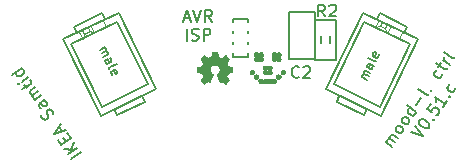
<source format=gto>
G04 #@! TF.FileFunction,Legend,Top*
%FSLAX46Y46*%
G04 Gerber Fmt 4.6, Leading zero omitted, Abs format (unit mm)*
G04 Created by KiCad (PCBNEW (2015-02-24 BZR 5451)-product) date Wed 25 Feb 2015 12:41:08 PM CET*
%MOMM*%
G01*
G04 APERTURE LIST*
%ADD10C,0.100000*%
%ADD11C,0.200000*%
%ADD12C,0.002540*%
%ADD13C,0.187500*%
%ADD14R,1.700000X1.700000*%
%ADD15C,1.700000*%
%ADD16O,1.050000X1.250000*%
%ADD17C,0.812000*%
%ADD18R,0.812000X0.812000*%
%ADD19C,1.450000*%
%ADD20R,2.050000X0.650000*%
%ADD21R,1.548600X1.347940*%
%ADD22R,1.149820X1.048220*%
G04 APERTURE END LIST*
D10*
D11*
X136556067Y-101140184D02*
X135736914Y-101713760D01*
X136282935Y-100750111D02*
X135463783Y-101323688D01*
X135955177Y-100282024D02*
X135732909Y-100960848D01*
X135136025Y-100855601D02*
X135931870Y-100995930D01*
X135280279Y-100231405D02*
X135089086Y-99958353D01*
X135436227Y-99540887D02*
X135709359Y-99930959D01*
X134890207Y-100504536D01*
X134617075Y-100114463D01*
X134983678Y-99392708D02*
X134710547Y-99002635D01*
X135272348Y-99306843D02*
X134262004Y-99607369D01*
X134889963Y-98760742D01*
X134250067Y-97929896D02*
X134207135Y-97785561D01*
X134070568Y-97590524D01*
X133976935Y-97539823D01*
X133910614Y-97528129D01*
X133805287Y-97543748D01*
X133727272Y-97598374D01*
X133676571Y-97692008D01*
X133664877Y-97758328D01*
X133680495Y-97863656D01*
X133750741Y-98046999D01*
X133766360Y-98152326D01*
X133754666Y-98218647D01*
X133703965Y-98312280D01*
X133625951Y-98366906D01*
X133520623Y-98382525D01*
X133454303Y-98370831D01*
X133360669Y-98320130D01*
X133224103Y-98125093D01*
X133181171Y-97980759D01*
X133469679Y-96732365D02*
X133040599Y-97032810D01*
X132989897Y-97126443D01*
X133005516Y-97231771D01*
X133114770Y-97387801D01*
X133208403Y-97438502D01*
X133430671Y-96759678D02*
X133524305Y-96810379D01*
X133660871Y-97005416D01*
X133676490Y-97110744D01*
X133625789Y-97204377D01*
X133547775Y-97259003D01*
X133442447Y-97274622D01*
X133348814Y-97223921D01*
X133212247Y-97028884D01*
X133118614Y-96978183D01*
X133196547Y-96342293D02*
X132650446Y-96724677D01*
X132728460Y-96670051D02*
X132662140Y-96658357D01*
X132568506Y-96607656D01*
X132486566Y-96490633D01*
X132470947Y-96385306D01*
X132521648Y-96291672D01*
X132950729Y-95991227D01*
X132521648Y-96291672D02*
X132416321Y-96307291D01*
X132322687Y-96256590D01*
X132240748Y-96139568D01*
X132225129Y-96034241D01*
X132275830Y-95940607D01*
X132704910Y-95640162D01*
X131967617Y-95749496D02*
X131749112Y-95437439D01*
X131612627Y-95823667D02*
X132314757Y-95332030D01*
X132365459Y-95238396D01*
X132349840Y-95133069D01*
X132295213Y-95055054D01*
X132104021Y-94782003D02*
X131557919Y-95164388D01*
X131284869Y-95355580D02*
X131351189Y-95367274D01*
X131362883Y-95300953D01*
X131296563Y-95289259D01*
X131284869Y-95355580D01*
X131362883Y-95300953D01*
X131585071Y-94040866D02*
X130765919Y-94614442D01*
X131546063Y-94068179D02*
X131639697Y-94118880D01*
X131748950Y-94274910D01*
X131764569Y-94380237D01*
X131752875Y-94446557D01*
X131702174Y-94540191D01*
X131468130Y-94704070D01*
X131362802Y-94719689D01*
X131296482Y-94707995D01*
X131202848Y-94657294D01*
X131093595Y-94501264D01*
X131077976Y-94395937D01*
X162923183Y-100675309D02*
X162377081Y-100292925D01*
X162455096Y-100347551D02*
X162443402Y-100281231D01*
X162459021Y-100175903D01*
X162540961Y-100058881D01*
X162634594Y-100008180D01*
X162739922Y-100023799D01*
X163169002Y-100324244D01*
X162739922Y-100023799D02*
X162689220Y-99930165D01*
X162704839Y-99824838D01*
X162786779Y-99707816D01*
X162880412Y-99657115D01*
X162985740Y-99672734D01*
X163414820Y-99973179D01*
X163769891Y-99466085D02*
X163676257Y-99516787D01*
X163609937Y-99528481D01*
X163504609Y-99512862D01*
X163270565Y-99348982D01*
X163219864Y-99255349D01*
X163208170Y-99189028D01*
X163223789Y-99083701D01*
X163305729Y-98966679D01*
X163399362Y-98915977D01*
X163465683Y-98904283D01*
X163571010Y-98919902D01*
X163805054Y-99083782D01*
X163855756Y-99177415D01*
X163867450Y-99243735D01*
X163851831Y-99349063D01*
X163769891Y-99466085D01*
X164288841Y-98724948D02*
X164195207Y-98775649D01*
X164128887Y-98787343D01*
X164023559Y-98771724D01*
X163789515Y-98607845D01*
X163738814Y-98514211D01*
X163727120Y-98447891D01*
X163742739Y-98342563D01*
X163824679Y-98225541D01*
X163918313Y-98174840D01*
X163984633Y-98163146D01*
X164089961Y-98178765D01*
X164324005Y-98342644D01*
X164374706Y-98436277D01*
X164386400Y-98502598D01*
X164370781Y-98607925D01*
X164288841Y-98724948D01*
X164971670Y-97749766D02*
X164152518Y-97176190D01*
X164932663Y-97722453D02*
X164917044Y-97827781D01*
X164807791Y-97983810D01*
X164714158Y-98034511D01*
X164647837Y-98046205D01*
X164542510Y-98030586D01*
X164308466Y-97866707D01*
X164257764Y-97773074D01*
X164246070Y-97706753D01*
X164261689Y-97601426D01*
X164370942Y-97445396D01*
X164464576Y-97394695D01*
X164932744Y-97141189D02*
X165369755Y-96517073D01*
X166036883Y-96228484D02*
X165943250Y-96279186D01*
X165837922Y-96263567D01*
X165135792Y-95771930D01*
X166177375Y-95861800D02*
X166243695Y-95850106D01*
X166255389Y-95916426D01*
X166189069Y-95928120D01*
X166177375Y-95861800D01*
X166255389Y-95916426D01*
X167172343Y-94523859D02*
X167156724Y-94629187D01*
X167047470Y-94785216D01*
X166953837Y-94835918D01*
X166887517Y-94847612D01*
X166782189Y-94831993D01*
X166548145Y-94668113D01*
X166497444Y-94574480D01*
X166485750Y-94508159D01*
X166501369Y-94402832D01*
X166610622Y-94246802D01*
X166704255Y-94196101D01*
X166829127Y-93934745D02*
X167047632Y-93622687D01*
X166638016Y-93626531D02*
X167340146Y-94118168D01*
X167445474Y-94133787D01*
X167539107Y-94083086D01*
X167593734Y-94005072D01*
X167784926Y-93732020D02*
X167238825Y-93349636D01*
X167394853Y-93458888D02*
X167344152Y-93365255D01*
X167332458Y-93298935D01*
X167348077Y-93193607D01*
X167402704Y-93115592D01*
X168221937Y-93107904D02*
X168128304Y-93158606D01*
X168022976Y-93142986D01*
X167320846Y-92651349D01*
X164507201Y-99459165D02*
X165517545Y-99759691D01*
X164889585Y-98913063D01*
X165190030Y-98483984D02*
X165244657Y-98405968D01*
X165338290Y-98355267D01*
X165404611Y-98343573D01*
X165509938Y-98359192D01*
X165693280Y-98429438D01*
X165888317Y-98566004D01*
X166017033Y-98714264D01*
X166067734Y-98807897D01*
X166079428Y-98874217D01*
X166063809Y-98979545D01*
X166009182Y-99057560D01*
X165915549Y-99108261D01*
X165849228Y-99119955D01*
X165743901Y-99104336D01*
X165560559Y-99034091D01*
X165365522Y-98897525D01*
X165236806Y-98749265D01*
X165186105Y-98655632D01*
X165174411Y-98589311D01*
X165190030Y-98483984D01*
X166368178Y-98378818D02*
X166434499Y-98367124D01*
X166446193Y-98433444D01*
X166379872Y-98445138D01*
X166368178Y-98378818D01*
X166446193Y-98433444D01*
X166173304Y-97079723D02*
X165900172Y-97469796D01*
X166262931Y-97781934D01*
X166251237Y-97715614D01*
X166266856Y-97610286D01*
X166403422Y-97415250D01*
X166497056Y-97364548D01*
X166563376Y-97352854D01*
X166668704Y-97368474D01*
X166863740Y-97505040D01*
X166914442Y-97598673D01*
X166926136Y-97664993D01*
X166910517Y-97770321D01*
X166773950Y-97965358D01*
X166680317Y-98016059D01*
X166613997Y-98027753D01*
X167566033Y-96834147D02*
X167238274Y-97302234D01*
X167402153Y-97068191D02*
X166583001Y-96494615D01*
X166645396Y-96654569D01*
X166668785Y-96787209D01*
X166653165Y-96892537D01*
X167733836Y-96428456D02*
X167800157Y-96416762D01*
X167811851Y-96483082D01*
X167745530Y-96494776D01*
X167733836Y-96428456D01*
X167811851Y-96483082D01*
X168291794Y-95714632D02*
X168276175Y-95819959D01*
X168166922Y-95975989D01*
X168073288Y-96026690D01*
X168006968Y-96038384D01*
X167901640Y-96022765D01*
X167667596Y-95858886D01*
X167616895Y-95765252D01*
X167605201Y-95698932D01*
X167620820Y-95593604D01*
X167730073Y-95437575D01*
X167823706Y-95386873D01*
X145340533Y-89813527D02*
X145816724Y-89813527D01*
X145245295Y-90099241D02*
X145578628Y-89099241D01*
X145911962Y-90099241D01*
X146102438Y-89099241D02*
X146435771Y-90099241D01*
X146769105Y-89099241D01*
X147673867Y-90099241D02*
X147340533Y-89623050D01*
X147102438Y-90099241D02*
X147102438Y-89099241D01*
X147483391Y-89099241D01*
X147578629Y-89146860D01*
X147626248Y-89194479D01*
X147673867Y-89289717D01*
X147673867Y-89432574D01*
X147626248Y-89527812D01*
X147578629Y-89575431D01*
X147483391Y-89623050D01*
X147102438Y-89623050D01*
X145531010Y-91699241D02*
X145531010Y-90699241D01*
X145959581Y-91651622D02*
X146102438Y-91699241D01*
X146340534Y-91699241D01*
X146435772Y-91651622D01*
X146483391Y-91604003D01*
X146531010Y-91508765D01*
X146531010Y-91413527D01*
X146483391Y-91318289D01*
X146435772Y-91270670D01*
X146340534Y-91223050D01*
X146150057Y-91175431D01*
X146054819Y-91127812D01*
X146007200Y-91080193D01*
X145959581Y-90984955D01*
X145959581Y-90889717D01*
X146007200Y-90794479D01*
X146054819Y-90746860D01*
X146150057Y-90699241D01*
X146388153Y-90699241D01*
X146531010Y-90746860D01*
X146959581Y-91699241D02*
X146959581Y-90699241D01*
X147340534Y-90699241D01*
X147435772Y-90746860D01*
X147483391Y-90794479D01*
X147531010Y-90889717D01*
X147531010Y-91032574D01*
X147483391Y-91127812D01*
X147435772Y-91175431D01*
X147340534Y-91223050D01*
X146959581Y-91223050D01*
D10*
X137310039Y-90919419D02*
X137152226Y-90595853D01*
X136860642Y-91138604D02*
X136702829Y-90815038D01*
X137711189Y-91057546D02*
X137310039Y-90919419D01*
X137310039Y-90919419D02*
X136860642Y-91138604D01*
X136722515Y-91539754D02*
X136860642Y-91138604D01*
X137711189Y-91057546D02*
X137421864Y-90464341D01*
X138699862Y-90575337D02*
X138410537Y-89982133D01*
X136722515Y-91539754D02*
X136433190Y-90946550D01*
D11*
X138347416Y-97289336D02*
X135769794Y-92004427D01*
X135769794Y-92004427D02*
X139652584Y-90110664D01*
X139652584Y-90110664D02*
X142230206Y-95395573D01*
X142230206Y-95395573D02*
X138347416Y-97289336D01*
X139409704Y-97505541D02*
X139650808Y-97999878D01*
X139650808Y-97999878D02*
X141987673Y-96860113D01*
X141987673Y-96860113D02*
X141746568Y-96365776D01*
X136253432Y-91034224D02*
X136012327Y-90539887D01*
X136012327Y-90539887D02*
X138349192Y-89400122D01*
X138349192Y-89400122D02*
X138590296Y-89894459D01*
X138241272Y-98075424D02*
X135084999Y-91604106D01*
X135084999Y-91604106D02*
X139758728Y-89324576D01*
X139758728Y-89324576D02*
X142915001Y-95795894D01*
X142915001Y-95795894D02*
X138241272Y-98075424D01*
D10*
X162360684Y-90656396D02*
X162518498Y-90332830D01*
X161911287Y-90437210D02*
X162069101Y-90113645D01*
X162498811Y-91057546D02*
X162360684Y-90656396D01*
X162360684Y-90656396D02*
X161911287Y-90437210D01*
X161510138Y-90575337D02*
X161911287Y-90437210D01*
X162498811Y-91057546D02*
X162788136Y-90464341D01*
X163487485Y-91539754D02*
X163776810Y-90946550D01*
X161510138Y-90575337D02*
X161799463Y-89982133D01*
D11*
X157979794Y-95395573D02*
X160557416Y-90110664D01*
X160557416Y-90110664D02*
X164440206Y-92004427D01*
X164440206Y-92004427D02*
X161862584Y-97289336D01*
X161862584Y-97289336D02*
X157979794Y-95395573D01*
X158463432Y-96365776D02*
X158222327Y-96860113D01*
X158222327Y-96860113D02*
X160559192Y-97999878D01*
X160559192Y-97999878D02*
X160800296Y-97505541D01*
X161619704Y-89894459D02*
X161860808Y-89400122D01*
X161860808Y-89400122D02*
X164197673Y-90539887D01*
X164197673Y-90539887D02*
X163956568Y-91034224D01*
X157294999Y-95795894D02*
X160451272Y-89324576D01*
X160451272Y-89324576D02*
X165125001Y-91604106D01*
X165125001Y-91604106D02*
X161968728Y-98075424D01*
X161968728Y-98075424D02*
X157294999Y-95795894D01*
X150750000Y-89900000D02*
X150750000Y-93100000D01*
X149450000Y-93100000D02*
X149450000Y-89900000D01*
X149450000Y-89899800D02*
X150750000Y-89899800D01*
X149450000Y-93100200D02*
X150750000Y-93100200D01*
X154170000Y-89290000D02*
X154170000Y-93290000D01*
X154170000Y-89290000D02*
X156370000Y-89290000D01*
X156370000Y-89290000D02*
X156370000Y-93290000D01*
X156370000Y-93290000D02*
X154170000Y-93290000D01*
D12*
G36*
X152916420Y-95310640D02*
X152954520Y-95305560D01*
X152987540Y-95295400D01*
X153002780Y-95287780D01*
X153035800Y-95264920D01*
X153061200Y-95236980D01*
X153078980Y-95206500D01*
X153091680Y-95170940D01*
X153099300Y-95135380D01*
X153096760Y-95097280D01*
X153089140Y-95061720D01*
X153071360Y-95026160D01*
X153061200Y-95010920D01*
X153045960Y-94993140D01*
X153028180Y-94977900D01*
X153012940Y-94965200D01*
X153007860Y-94962660D01*
X152974840Y-94947420D01*
X152941820Y-94939800D01*
X152903720Y-94937260D01*
X152891020Y-94937260D01*
X152870700Y-94939800D01*
X152852920Y-94944880D01*
X152832600Y-94955040D01*
X152809740Y-94965200D01*
X152779260Y-94990600D01*
X152756400Y-95021080D01*
X152736080Y-95054100D01*
X152731000Y-95069340D01*
X152725920Y-95089660D01*
X152723380Y-95102360D01*
X152723380Y-95104900D01*
X152723380Y-95104900D01*
X152723380Y-95097280D01*
X152723380Y-95097280D01*
X152715760Y-95071880D01*
X152708140Y-95049020D01*
X152695440Y-95026160D01*
X152675120Y-94998220D01*
X152647180Y-94972820D01*
X152614160Y-94952500D01*
X152576060Y-94939800D01*
X152537960Y-94937260D01*
X152527800Y-94937260D01*
X152497320Y-94939800D01*
X152469380Y-94947420D01*
X152464300Y-94949960D01*
X152431280Y-94967740D01*
X152403340Y-94990600D01*
X152380480Y-95021080D01*
X152362700Y-95051560D01*
X152352540Y-95084580D01*
X152352540Y-95087120D01*
X152350000Y-95094740D01*
X152350000Y-95099820D01*
X152350000Y-95099820D01*
X152350000Y-95094740D01*
X152347460Y-95084580D01*
X152347460Y-95082040D01*
X152334760Y-95049020D01*
X152316980Y-95016000D01*
X152294120Y-94988060D01*
X152271260Y-94970280D01*
X152238240Y-94952500D01*
X152202680Y-94939800D01*
X152162040Y-94937260D01*
X152134100Y-94939800D01*
X152098540Y-94947420D01*
X152062980Y-94965200D01*
X152032500Y-94988060D01*
X152009640Y-95018540D01*
X152004560Y-95023620D01*
X151996940Y-95036320D01*
X151991860Y-95049020D01*
X151989320Y-95056640D01*
X151981700Y-95074420D01*
X151979160Y-95089660D01*
X151976620Y-95102360D01*
X151976620Y-95104900D01*
X151976620Y-95104900D01*
X151974080Y-95097280D01*
X151971540Y-95076960D01*
X151961380Y-95051560D01*
X151951220Y-95028700D01*
X151928360Y-94998220D01*
X151897880Y-94972820D01*
X151864860Y-94952500D01*
X151829300Y-94939800D01*
X151791200Y-94937260D01*
X151755640Y-94939800D01*
X151717540Y-94949960D01*
X151684520Y-94967740D01*
X151654040Y-94993140D01*
X151638800Y-95010920D01*
X151626100Y-95031240D01*
X151613400Y-95054100D01*
X151608320Y-95074420D01*
X151600700Y-95112520D01*
X151603240Y-95148080D01*
X151610860Y-95183640D01*
X151626100Y-95216660D01*
X151646420Y-95244600D01*
X151671820Y-95270000D01*
X151702300Y-95290320D01*
X151735320Y-95303020D01*
X151773420Y-95310640D01*
X151778500Y-95310640D01*
X151816600Y-95310640D01*
X151852160Y-95300480D01*
X151885180Y-95285240D01*
X151897880Y-95275080D01*
X151923280Y-95254760D01*
X151946140Y-95226820D01*
X151961380Y-95198880D01*
X151963920Y-95188720D01*
X151969000Y-95173480D01*
X151974080Y-95155700D01*
X151976620Y-95143000D01*
X151976620Y-95135380D01*
X151976620Y-95143000D01*
X151976620Y-95150620D01*
X151981700Y-95165860D01*
X151986780Y-95186180D01*
X151991860Y-95201420D01*
X152002020Y-95219200D01*
X152024880Y-95249680D01*
X152052820Y-95275080D01*
X152085840Y-95295400D01*
X152123940Y-95308100D01*
X152129020Y-95308100D01*
X152154420Y-95310640D01*
X152182360Y-95310640D01*
X152207760Y-95305560D01*
X152233160Y-95297940D01*
X152266180Y-95280160D01*
X152299200Y-95254760D01*
X152299200Y-95252220D01*
X152322060Y-95226820D01*
X152337300Y-95193800D01*
X152347460Y-95163320D01*
X152347460Y-95160780D01*
X152350000Y-95153160D01*
X152350000Y-95148080D01*
X152350000Y-95150620D01*
X152352540Y-95158240D01*
X152352540Y-95160780D01*
X152357620Y-95181100D01*
X152365240Y-95201420D01*
X152377940Y-95221740D01*
X152393180Y-95244600D01*
X152421120Y-95272540D01*
X152454140Y-95292860D01*
X152492240Y-95305560D01*
X152497320Y-95308100D01*
X152522720Y-95310640D01*
X152550660Y-95310640D01*
X152576060Y-95308100D01*
X152596380Y-95300480D01*
X152631940Y-95285240D01*
X152662420Y-95262380D01*
X152687820Y-95234440D01*
X152708140Y-95201420D01*
X152710680Y-95191260D01*
X152718300Y-95173480D01*
X152720840Y-95155700D01*
X152723380Y-95143000D01*
X152723380Y-95143000D01*
X152723380Y-95143000D01*
X152725920Y-95150620D01*
X152725920Y-95150620D01*
X152731000Y-95173480D01*
X152741160Y-95198880D01*
X152751320Y-95221740D01*
X152756400Y-95229360D01*
X152779260Y-95257300D01*
X152809740Y-95280160D01*
X152842760Y-95297940D01*
X152878320Y-95308100D01*
X152916420Y-95310640D01*
X152916420Y-95310640D01*
G37*
X152916420Y-95310640D02*
X152954520Y-95305560D01*
X152987540Y-95295400D01*
X153002780Y-95287780D01*
X153035800Y-95264920D01*
X153061200Y-95236980D01*
X153078980Y-95206500D01*
X153091680Y-95170940D01*
X153099300Y-95135380D01*
X153096760Y-95097280D01*
X153089140Y-95061720D01*
X153071360Y-95026160D01*
X153061200Y-95010920D01*
X153045960Y-94993140D01*
X153028180Y-94977900D01*
X153012940Y-94965200D01*
X153007860Y-94962660D01*
X152974840Y-94947420D01*
X152941820Y-94939800D01*
X152903720Y-94937260D01*
X152891020Y-94937260D01*
X152870700Y-94939800D01*
X152852920Y-94944880D01*
X152832600Y-94955040D01*
X152809740Y-94965200D01*
X152779260Y-94990600D01*
X152756400Y-95021080D01*
X152736080Y-95054100D01*
X152731000Y-95069340D01*
X152725920Y-95089660D01*
X152723380Y-95102360D01*
X152723380Y-95104900D01*
X152723380Y-95104900D01*
X152723380Y-95097280D01*
X152723380Y-95097280D01*
X152715760Y-95071880D01*
X152708140Y-95049020D01*
X152695440Y-95026160D01*
X152675120Y-94998220D01*
X152647180Y-94972820D01*
X152614160Y-94952500D01*
X152576060Y-94939800D01*
X152537960Y-94937260D01*
X152527800Y-94937260D01*
X152497320Y-94939800D01*
X152469380Y-94947420D01*
X152464300Y-94949960D01*
X152431280Y-94967740D01*
X152403340Y-94990600D01*
X152380480Y-95021080D01*
X152362700Y-95051560D01*
X152352540Y-95084580D01*
X152352540Y-95087120D01*
X152350000Y-95094740D01*
X152350000Y-95099820D01*
X152350000Y-95099820D01*
X152350000Y-95094740D01*
X152347460Y-95084580D01*
X152347460Y-95082040D01*
X152334760Y-95049020D01*
X152316980Y-95016000D01*
X152294120Y-94988060D01*
X152271260Y-94970280D01*
X152238240Y-94952500D01*
X152202680Y-94939800D01*
X152162040Y-94937260D01*
X152134100Y-94939800D01*
X152098540Y-94947420D01*
X152062980Y-94965200D01*
X152032500Y-94988060D01*
X152009640Y-95018540D01*
X152004560Y-95023620D01*
X151996940Y-95036320D01*
X151991860Y-95049020D01*
X151989320Y-95056640D01*
X151981700Y-95074420D01*
X151979160Y-95089660D01*
X151976620Y-95102360D01*
X151976620Y-95104900D01*
X151976620Y-95104900D01*
X151974080Y-95097280D01*
X151971540Y-95076960D01*
X151961380Y-95051560D01*
X151951220Y-95028700D01*
X151928360Y-94998220D01*
X151897880Y-94972820D01*
X151864860Y-94952500D01*
X151829300Y-94939800D01*
X151791200Y-94937260D01*
X151755640Y-94939800D01*
X151717540Y-94949960D01*
X151684520Y-94967740D01*
X151654040Y-94993140D01*
X151638800Y-95010920D01*
X151626100Y-95031240D01*
X151613400Y-95054100D01*
X151608320Y-95074420D01*
X151600700Y-95112520D01*
X151603240Y-95148080D01*
X151610860Y-95183640D01*
X151626100Y-95216660D01*
X151646420Y-95244600D01*
X151671820Y-95270000D01*
X151702300Y-95290320D01*
X151735320Y-95303020D01*
X151773420Y-95310640D01*
X151778500Y-95310640D01*
X151816600Y-95310640D01*
X151852160Y-95300480D01*
X151885180Y-95285240D01*
X151897880Y-95275080D01*
X151923280Y-95254760D01*
X151946140Y-95226820D01*
X151961380Y-95198880D01*
X151963920Y-95188720D01*
X151969000Y-95173480D01*
X151974080Y-95155700D01*
X151976620Y-95143000D01*
X151976620Y-95135380D01*
X151976620Y-95143000D01*
X151976620Y-95150620D01*
X151981700Y-95165860D01*
X151986780Y-95186180D01*
X151991860Y-95201420D01*
X152002020Y-95219200D01*
X152024880Y-95249680D01*
X152052820Y-95275080D01*
X152085840Y-95295400D01*
X152123940Y-95308100D01*
X152129020Y-95308100D01*
X152154420Y-95310640D01*
X152182360Y-95310640D01*
X152207760Y-95305560D01*
X152233160Y-95297940D01*
X152266180Y-95280160D01*
X152299200Y-95254760D01*
X152299200Y-95252220D01*
X152322060Y-95226820D01*
X152337300Y-95193800D01*
X152347460Y-95163320D01*
X152347460Y-95160780D01*
X152350000Y-95153160D01*
X152350000Y-95148080D01*
X152350000Y-95150620D01*
X152352540Y-95158240D01*
X152352540Y-95160780D01*
X152357620Y-95181100D01*
X152365240Y-95201420D01*
X152377940Y-95221740D01*
X152393180Y-95244600D01*
X152421120Y-95272540D01*
X152454140Y-95292860D01*
X152492240Y-95305560D01*
X152497320Y-95308100D01*
X152522720Y-95310640D01*
X152550660Y-95310640D01*
X152576060Y-95308100D01*
X152596380Y-95300480D01*
X152631940Y-95285240D01*
X152662420Y-95262380D01*
X152687820Y-95234440D01*
X152708140Y-95201420D01*
X152710680Y-95191260D01*
X152718300Y-95173480D01*
X152720840Y-95155700D01*
X152723380Y-95143000D01*
X152723380Y-95143000D01*
X152723380Y-95143000D01*
X152725920Y-95150620D01*
X152725920Y-95150620D01*
X152731000Y-95173480D01*
X152741160Y-95198880D01*
X152751320Y-95221740D01*
X152756400Y-95229360D01*
X152779260Y-95257300D01*
X152809740Y-95280160D01*
X152842760Y-95297940D01*
X152878320Y-95308100D01*
X152916420Y-95310640D01*
G36*
X151402580Y-94937260D02*
X151425440Y-94934720D01*
X151445760Y-94934720D01*
X151471160Y-94927100D01*
X151506720Y-94911860D01*
X151537200Y-94889000D01*
X151562600Y-94861060D01*
X151582920Y-94828040D01*
X151595620Y-94792480D01*
X151600700Y-94754380D01*
X151598160Y-94716280D01*
X151588000Y-94680720D01*
X151572760Y-94647700D01*
X151547360Y-94617220D01*
X151516880Y-94591820D01*
X151509260Y-94586740D01*
X151471160Y-94571500D01*
X151435600Y-94561340D01*
X151394960Y-94561340D01*
X151356860Y-94568960D01*
X151326380Y-94581660D01*
X151293360Y-94604520D01*
X151267960Y-94632460D01*
X151245100Y-94665480D01*
X151232400Y-94703580D01*
X151227320Y-94721360D01*
X151227320Y-94746760D01*
X151227320Y-94769620D01*
X151229860Y-94789940D01*
X151232400Y-94797560D01*
X151247640Y-94835660D01*
X151267960Y-94868680D01*
X151298440Y-94896620D01*
X151331460Y-94916940D01*
X151346700Y-94924560D01*
X151369560Y-94932180D01*
X151389880Y-94934720D01*
X151402580Y-94937260D01*
X151402580Y-94937260D01*
G37*
X151402580Y-94937260D02*
X151425440Y-94934720D01*
X151445760Y-94934720D01*
X151471160Y-94927100D01*
X151506720Y-94911860D01*
X151537200Y-94889000D01*
X151562600Y-94861060D01*
X151582920Y-94828040D01*
X151595620Y-94792480D01*
X151600700Y-94754380D01*
X151598160Y-94716280D01*
X151588000Y-94680720D01*
X151572760Y-94647700D01*
X151547360Y-94617220D01*
X151516880Y-94591820D01*
X151509260Y-94586740D01*
X151471160Y-94571500D01*
X151435600Y-94561340D01*
X151394960Y-94561340D01*
X151356860Y-94568960D01*
X151326380Y-94581660D01*
X151293360Y-94604520D01*
X151267960Y-94632460D01*
X151245100Y-94665480D01*
X151232400Y-94703580D01*
X151227320Y-94721360D01*
X151227320Y-94746760D01*
X151227320Y-94769620D01*
X151229860Y-94789940D01*
X151232400Y-94797560D01*
X151247640Y-94835660D01*
X151267960Y-94868680D01*
X151298440Y-94896620D01*
X151331460Y-94916940D01*
X151346700Y-94924560D01*
X151369560Y-94932180D01*
X151389880Y-94934720D01*
X151402580Y-94937260D01*
G36*
X153289800Y-94937260D02*
X153327900Y-94932180D01*
X153366000Y-94919480D01*
X153401560Y-94896620D01*
X153409180Y-94891540D01*
X153434580Y-94863600D01*
X153454900Y-94830580D01*
X153467600Y-94795020D01*
X153472680Y-94774700D01*
X153472680Y-94751840D01*
X153472680Y-94726440D01*
X153470140Y-94708660D01*
X153467600Y-94698500D01*
X153452360Y-94660400D01*
X153432040Y-94629920D01*
X153404100Y-94601980D01*
X153371080Y-94581660D01*
X153335520Y-94568960D01*
X153297420Y-94561340D01*
X153282180Y-94561340D01*
X153244080Y-94566420D01*
X153208520Y-94576580D01*
X153178040Y-94596900D01*
X153150100Y-94619760D01*
X153127240Y-94650240D01*
X153112000Y-94683260D01*
X153101840Y-94718820D01*
X153099300Y-94756920D01*
X153101840Y-94779780D01*
X153106920Y-94800100D01*
X153114540Y-94822960D01*
X153129780Y-94850900D01*
X153152640Y-94881380D01*
X153183120Y-94904240D01*
X153216140Y-94922020D01*
X153251700Y-94932180D01*
X153289800Y-94937260D01*
X153289800Y-94937260D01*
G37*
X153289800Y-94937260D02*
X153327900Y-94932180D01*
X153366000Y-94919480D01*
X153401560Y-94896620D01*
X153409180Y-94891540D01*
X153434580Y-94863600D01*
X153454900Y-94830580D01*
X153467600Y-94795020D01*
X153472680Y-94774700D01*
X153472680Y-94751840D01*
X153472680Y-94726440D01*
X153470140Y-94708660D01*
X153467600Y-94698500D01*
X153452360Y-94660400D01*
X153432040Y-94629920D01*
X153404100Y-94601980D01*
X153371080Y-94581660D01*
X153335520Y-94568960D01*
X153297420Y-94561340D01*
X153282180Y-94561340D01*
X153244080Y-94566420D01*
X153208520Y-94576580D01*
X153178040Y-94596900D01*
X153150100Y-94619760D01*
X153127240Y-94650240D01*
X153112000Y-94683260D01*
X153101840Y-94718820D01*
X153099300Y-94756920D01*
X153101840Y-94779780D01*
X153106920Y-94800100D01*
X153114540Y-94822960D01*
X153129780Y-94850900D01*
X153152640Y-94881380D01*
X153183120Y-94904240D01*
X153216140Y-94922020D01*
X153251700Y-94932180D01*
X153289800Y-94937260D01*
G36*
X151029200Y-94561340D02*
X151054600Y-94561340D01*
X151077460Y-94556260D01*
X151105400Y-94548640D01*
X151138420Y-94530860D01*
X151171440Y-94505460D01*
X151191760Y-94482600D01*
X151209540Y-94449580D01*
X151222240Y-94414020D01*
X151224780Y-94398780D01*
X151224780Y-94375920D01*
X151224780Y-94353060D01*
X151222240Y-94335280D01*
X151219700Y-94322580D01*
X151204460Y-94287020D01*
X151184140Y-94254000D01*
X151156200Y-94226060D01*
X151120640Y-94205740D01*
X151107940Y-94200660D01*
X151085080Y-94190500D01*
X151059680Y-94187960D01*
X151031740Y-94187960D01*
X151013960Y-94187960D01*
X150993640Y-94190500D01*
X150975860Y-94195580D01*
X150955540Y-94205740D01*
X150942840Y-94213360D01*
X150912360Y-94236220D01*
X150886960Y-94264160D01*
X150866640Y-94299720D01*
X150853940Y-94337820D01*
X150853940Y-94345440D01*
X150851400Y-94368300D01*
X150851400Y-94391160D01*
X150853940Y-94411480D01*
X150856480Y-94424180D01*
X150871720Y-94459740D01*
X150894580Y-94492760D01*
X150919980Y-94520700D01*
X150955540Y-94541020D01*
X150991100Y-94556260D01*
X151003800Y-94558800D01*
X151029200Y-94561340D01*
X151029200Y-94561340D01*
G37*
X151029200Y-94561340D02*
X151054600Y-94561340D01*
X151077460Y-94556260D01*
X151105400Y-94548640D01*
X151138420Y-94530860D01*
X151171440Y-94505460D01*
X151191760Y-94482600D01*
X151209540Y-94449580D01*
X151222240Y-94414020D01*
X151224780Y-94398780D01*
X151224780Y-94375920D01*
X151224780Y-94353060D01*
X151222240Y-94335280D01*
X151219700Y-94322580D01*
X151204460Y-94287020D01*
X151184140Y-94254000D01*
X151156200Y-94226060D01*
X151120640Y-94205740D01*
X151107940Y-94200660D01*
X151085080Y-94190500D01*
X151059680Y-94187960D01*
X151031740Y-94187960D01*
X151013960Y-94187960D01*
X150993640Y-94190500D01*
X150975860Y-94195580D01*
X150955540Y-94205740D01*
X150942840Y-94213360D01*
X150912360Y-94236220D01*
X150886960Y-94264160D01*
X150866640Y-94299720D01*
X150853940Y-94337820D01*
X150853940Y-94345440D01*
X150851400Y-94368300D01*
X150851400Y-94391160D01*
X150853940Y-94411480D01*
X150856480Y-94424180D01*
X150871720Y-94459740D01*
X150894580Y-94492760D01*
X150919980Y-94520700D01*
X150955540Y-94541020D01*
X150991100Y-94556260D01*
X151003800Y-94558800D01*
X151029200Y-94561340D01*
G36*
X152532880Y-94561340D02*
X152568440Y-94558800D01*
X152604000Y-94548640D01*
X152626860Y-94538480D01*
X152657340Y-94515620D01*
X152685280Y-94487680D01*
X152705600Y-94454660D01*
X152718300Y-94419100D01*
X152720840Y-94411480D01*
X152723380Y-94381000D01*
X152723380Y-94353060D01*
X152715760Y-94320040D01*
X152700520Y-94281940D01*
X152677660Y-94251460D01*
X152649720Y-94226060D01*
X152616700Y-94205740D01*
X152578600Y-94190500D01*
X152555740Y-94185420D01*
X152568440Y-94182880D01*
X152570980Y-94182880D01*
X152596380Y-94175260D01*
X152624320Y-94162560D01*
X152652260Y-94147320D01*
X152654800Y-94142240D01*
X152682740Y-94116840D01*
X152703060Y-94083820D01*
X152715760Y-94048260D01*
X152723380Y-94012700D01*
X152723380Y-93977140D01*
X152713220Y-93941580D01*
X152697980Y-93906020D01*
X152697980Y-93903480D01*
X152672580Y-93873000D01*
X152644640Y-93847600D01*
X152614160Y-93829820D01*
X152578600Y-93819660D01*
X152543040Y-93814580D01*
X152507480Y-93817120D01*
X152471920Y-93824740D01*
X152438900Y-93842520D01*
X152405880Y-93865380D01*
X152390640Y-93883160D01*
X152372860Y-93911100D01*
X152357620Y-93939040D01*
X152352540Y-93966980D01*
X152350000Y-93974600D01*
X152350000Y-93977140D01*
X152350000Y-93974600D01*
X152347460Y-93966980D01*
X152342380Y-93941580D01*
X152329680Y-93916180D01*
X152314440Y-93890780D01*
X152304280Y-93878080D01*
X152276340Y-93852680D01*
X152243320Y-93832360D01*
X152207760Y-93819660D01*
X152169660Y-93814580D01*
X152131560Y-93817120D01*
X152108700Y-93822200D01*
X152073140Y-93837440D01*
X152042660Y-93857760D01*
X152014720Y-93885700D01*
X151994400Y-93918720D01*
X151981700Y-93956820D01*
X151979160Y-93974600D01*
X151976620Y-94012700D01*
X151984240Y-94048260D01*
X151996940Y-94083820D01*
X152017260Y-94116840D01*
X152045200Y-94142240D01*
X152078220Y-94165100D01*
X152093460Y-94172720D01*
X152111240Y-94177800D01*
X152126480Y-94182880D01*
X152139180Y-94185420D01*
X152139180Y-94185420D01*
X152139180Y-94185420D01*
X152131560Y-94187960D01*
X152113780Y-94193040D01*
X152088380Y-94203200D01*
X152065520Y-94213360D01*
X152055360Y-94220980D01*
X152029960Y-94243840D01*
X152007100Y-94269240D01*
X151991860Y-94297180D01*
X151981700Y-94330200D01*
X151976620Y-94363220D01*
X151976620Y-94396240D01*
X151979160Y-94401320D01*
X151989320Y-94441960D01*
X152007100Y-94474980D01*
X152032500Y-94505460D01*
X152052820Y-94525780D01*
X152085840Y-94546100D01*
X152123940Y-94556260D01*
X152136640Y-94558800D01*
X152156960Y-94561340D01*
X152179820Y-94558800D01*
X152200140Y-94558800D01*
X152215380Y-94553720D01*
X152228080Y-94551180D01*
X152263640Y-94533400D01*
X152294120Y-94508000D01*
X152319520Y-94477520D01*
X152329680Y-94462280D01*
X152339840Y-94436880D01*
X152347460Y-94411480D01*
X152347460Y-94411480D01*
X152350000Y-94401320D01*
X152350000Y-94398780D01*
X152350000Y-94398780D01*
X152350000Y-94347980D01*
X152350000Y-94347980D01*
X152350000Y-94345440D01*
X152347460Y-94335280D01*
X152347460Y-94332740D01*
X152334760Y-94299720D01*
X152316980Y-94266700D01*
X152294120Y-94238760D01*
X152266180Y-94215900D01*
X152233160Y-94200660D01*
X152230620Y-94198120D01*
X152215380Y-94193040D01*
X152200140Y-94190500D01*
X152182360Y-94185420D01*
X152197600Y-94182880D01*
X152220460Y-94177800D01*
X152253480Y-94162560D01*
X152283960Y-94142240D01*
X152311900Y-94114300D01*
X152332220Y-94083820D01*
X152337300Y-94068580D01*
X152344920Y-94048260D01*
X152347460Y-94033020D01*
X152350000Y-94025400D01*
X152350000Y-94022860D01*
X152350000Y-94025400D01*
X152352540Y-94033020D01*
X152355080Y-94045720D01*
X152360160Y-94066040D01*
X152367780Y-94083820D01*
X152380480Y-94104140D01*
X152405880Y-94132080D01*
X152433820Y-94154940D01*
X152466840Y-94172720D01*
X152502400Y-94182880D01*
X152517640Y-94185420D01*
X152502400Y-94190500D01*
X152499860Y-94190500D01*
X152482080Y-94193040D01*
X152466840Y-94200660D01*
X152464300Y-94200660D01*
X152431280Y-94218440D01*
X152403340Y-94241300D01*
X152380480Y-94269240D01*
X152362700Y-94302260D01*
X152352540Y-94335280D01*
X152352540Y-94335280D01*
X152350000Y-94345440D01*
X152350000Y-94347980D01*
X152350000Y-94398780D01*
X152350000Y-94398780D01*
X152350000Y-94403860D01*
X152352540Y-94411480D01*
X152360160Y-94436880D01*
X152375400Y-94469900D01*
X152398260Y-94500380D01*
X152426200Y-94525780D01*
X152459220Y-94543560D01*
X152459220Y-94543560D01*
X152494780Y-94556260D01*
X152532880Y-94561340D01*
X152532880Y-94561340D01*
G37*
X152532880Y-94561340D02*
X152568440Y-94558800D01*
X152604000Y-94548640D01*
X152626860Y-94538480D01*
X152657340Y-94515620D01*
X152685280Y-94487680D01*
X152705600Y-94454660D01*
X152718300Y-94419100D01*
X152720840Y-94411480D01*
X152723380Y-94381000D01*
X152723380Y-94353060D01*
X152715760Y-94320040D01*
X152700520Y-94281940D01*
X152677660Y-94251460D01*
X152649720Y-94226060D01*
X152616700Y-94205740D01*
X152578600Y-94190500D01*
X152555740Y-94185420D01*
X152568440Y-94182880D01*
X152570980Y-94182880D01*
X152596380Y-94175260D01*
X152624320Y-94162560D01*
X152652260Y-94147320D01*
X152654800Y-94142240D01*
X152682740Y-94116840D01*
X152703060Y-94083820D01*
X152715760Y-94048260D01*
X152723380Y-94012700D01*
X152723380Y-93977140D01*
X152713220Y-93941580D01*
X152697980Y-93906020D01*
X152697980Y-93903480D01*
X152672580Y-93873000D01*
X152644640Y-93847600D01*
X152614160Y-93829820D01*
X152578600Y-93819660D01*
X152543040Y-93814580D01*
X152507480Y-93817120D01*
X152471920Y-93824740D01*
X152438900Y-93842520D01*
X152405880Y-93865380D01*
X152390640Y-93883160D01*
X152372860Y-93911100D01*
X152357620Y-93939040D01*
X152352540Y-93966980D01*
X152350000Y-93974600D01*
X152350000Y-93977140D01*
X152350000Y-93974600D01*
X152347460Y-93966980D01*
X152342380Y-93941580D01*
X152329680Y-93916180D01*
X152314440Y-93890780D01*
X152304280Y-93878080D01*
X152276340Y-93852680D01*
X152243320Y-93832360D01*
X152207760Y-93819660D01*
X152169660Y-93814580D01*
X152131560Y-93817120D01*
X152108700Y-93822200D01*
X152073140Y-93837440D01*
X152042660Y-93857760D01*
X152014720Y-93885700D01*
X151994400Y-93918720D01*
X151981700Y-93956820D01*
X151979160Y-93974600D01*
X151976620Y-94012700D01*
X151984240Y-94048260D01*
X151996940Y-94083820D01*
X152017260Y-94116840D01*
X152045200Y-94142240D01*
X152078220Y-94165100D01*
X152093460Y-94172720D01*
X152111240Y-94177800D01*
X152126480Y-94182880D01*
X152139180Y-94185420D01*
X152139180Y-94185420D01*
X152139180Y-94185420D01*
X152131560Y-94187960D01*
X152113780Y-94193040D01*
X152088380Y-94203200D01*
X152065520Y-94213360D01*
X152055360Y-94220980D01*
X152029960Y-94243840D01*
X152007100Y-94269240D01*
X151991860Y-94297180D01*
X151981700Y-94330200D01*
X151976620Y-94363220D01*
X151976620Y-94396240D01*
X151979160Y-94401320D01*
X151989320Y-94441960D01*
X152007100Y-94474980D01*
X152032500Y-94505460D01*
X152052820Y-94525780D01*
X152085840Y-94546100D01*
X152123940Y-94556260D01*
X152136640Y-94558800D01*
X152156960Y-94561340D01*
X152179820Y-94558800D01*
X152200140Y-94558800D01*
X152215380Y-94553720D01*
X152228080Y-94551180D01*
X152263640Y-94533400D01*
X152294120Y-94508000D01*
X152319520Y-94477520D01*
X152329680Y-94462280D01*
X152339840Y-94436880D01*
X152347460Y-94411480D01*
X152347460Y-94411480D01*
X152350000Y-94401320D01*
X152350000Y-94398780D01*
X152350000Y-94398780D01*
X152350000Y-94347980D01*
X152350000Y-94347980D01*
X152350000Y-94345440D01*
X152347460Y-94335280D01*
X152347460Y-94332740D01*
X152334760Y-94299720D01*
X152316980Y-94266700D01*
X152294120Y-94238760D01*
X152266180Y-94215900D01*
X152233160Y-94200660D01*
X152230620Y-94198120D01*
X152215380Y-94193040D01*
X152200140Y-94190500D01*
X152182360Y-94185420D01*
X152197600Y-94182880D01*
X152220460Y-94177800D01*
X152253480Y-94162560D01*
X152283960Y-94142240D01*
X152311900Y-94114300D01*
X152332220Y-94083820D01*
X152337300Y-94068580D01*
X152344920Y-94048260D01*
X152347460Y-94033020D01*
X152350000Y-94025400D01*
X152350000Y-94022860D01*
X152350000Y-94025400D01*
X152352540Y-94033020D01*
X152355080Y-94045720D01*
X152360160Y-94066040D01*
X152367780Y-94083820D01*
X152380480Y-94104140D01*
X152405880Y-94132080D01*
X152433820Y-94154940D01*
X152466840Y-94172720D01*
X152502400Y-94182880D01*
X152517640Y-94185420D01*
X152502400Y-94190500D01*
X152499860Y-94190500D01*
X152482080Y-94193040D01*
X152466840Y-94200660D01*
X152464300Y-94200660D01*
X152431280Y-94218440D01*
X152403340Y-94241300D01*
X152380480Y-94269240D01*
X152362700Y-94302260D01*
X152352540Y-94335280D01*
X152352540Y-94335280D01*
X152350000Y-94345440D01*
X152350000Y-94347980D01*
X152350000Y-94398780D01*
X152350000Y-94398780D01*
X152350000Y-94403860D01*
X152352540Y-94411480D01*
X152360160Y-94436880D01*
X152375400Y-94469900D01*
X152398260Y-94500380D01*
X152426200Y-94525780D01*
X152459220Y-94543560D01*
X152459220Y-94543560D01*
X152494780Y-94556260D01*
X152532880Y-94561340D01*
G36*
X153647940Y-94561340D02*
X153678420Y-94561340D01*
X153706360Y-94556260D01*
X153724140Y-94551180D01*
X153759700Y-94533400D01*
X153790180Y-94510540D01*
X153815580Y-94482600D01*
X153833360Y-94449580D01*
X153843520Y-94414020D01*
X153848600Y-94373380D01*
X153848600Y-94358140D01*
X153840980Y-94320040D01*
X153825740Y-94284480D01*
X153802880Y-94248920D01*
X153795260Y-94243840D01*
X153769860Y-94220980D01*
X153739380Y-94203200D01*
X153706360Y-94190500D01*
X153703820Y-94190500D01*
X153675880Y-94187960D01*
X153645400Y-94187960D01*
X153617460Y-94190500D01*
X153607300Y-94193040D01*
X153571740Y-94208280D01*
X153541260Y-94231140D01*
X153515860Y-94256540D01*
X153495540Y-94287020D01*
X153480300Y-94320040D01*
X153475220Y-94358140D01*
X153475220Y-94396240D01*
X153482840Y-94434340D01*
X153495540Y-94462280D01*
X153518400Y-94492760D01*
X153546340Y-94520700D01*
X153576820Y-94541020D01*
X153614920Y-94556260D01*
X153617460Y-94556260D01*
X153647940Y-94561340D01*
X153647940Y-94561340D01*
G37*
X153647940Y-94561340D02*
X153678420Y-94561340D01*
X153706360Y-94556260D01*
X153724140Y-94551180D01*
X153759700Y-94533400D01*
X153790180Y-94510540D01*
X153815580Y-94482600D01*
X153833360Y-94449580D01*
X153843520Y-94414020D01*
X153848600Y-94373380D01*
X153848600Y-94358140D01*
X153840980Y-94320040D01*
X153825740Y-94284480D01*
X153802880Y-94248920D01*
X153795260Y-94243840D01*
X153769860Y-94220980D01*
X153739380Y-94203200D01*
X153706360Y-94190500D01*
X153703820Y-94190500D01*
X153675880Y-94187960D01*
X153645400Y-94187960D01*
X153617460Y-94190500D01*
X153607300Y-94193040D01*
X153571740Y-94208280D01*
X153541260Y-94231140D01*
X153515860Y-94256540D01*
X153495540Y-94287020D01*
X153480300Y-94320040D01*
X153475220Y-94358140D01*
X153475220Y-94396240D01*
X153482840Y-94434340D01*
X153495540Y-94462280D01*
X153518400Y-94492760D01*
X153546340Y-94520700D01*
X153576820Y-94541020D01*
X153614920Y-94556260D01*
X153617460Y-94556260D01*
X153647940Y-94561340D01*
G36*
X151793740Y-93438660D02*
X151831840Y-93433580D01*
X151867400Y-93420880D01*
X151885180Y-93413260D01*
X151900420Y-93400560D01*
X151918200Y-93385320D01*
X151938520Y-93365000D01*
X151958840Y-93331980D01*
X151971540Y-93296420D01*
X151974080Y-93286260D01*
X151976620Y-93260860D01*
X151976620Y-93235460D01*
X151971540Y-93212600D01*
X151961380Y-93179580D01*
X151946140Y-93146560D01*
X151923280Y-93118620D01*
X151918200Y-93116080D01*
X151900420Y-93100840D01*
X151880100Y-93088140D01*
X151862320Y-93077980D01*
X151854700Y-93075440D01*
X151839460Y-93070360D01*
X151824220Y-93067820D01*
X151814060Y-93065280D01*
X151806440Y-93065280D01*
X151814060Y-93062740D01*
X151824220Y-93060200D01*
X151834380Y-93057660D01*
X151849620Y-93055120D01*
X151877560Y-93039880D01*
X151905500Y-93024640D01*
X151925820Y-93004320D01*
X151930900Y-92999240D01*
X151953760Y-92966220D01*
X151969000Y-92930660D01*
X151976620Y-92895100D01*
X151976620Y-92857000D01*
X151974080Y-92846840D01*
X151963920Y-92808740D01*
X151946140Y-92775720D01*
X151920740Y-92742700D01*
X151897880Y-92724920D01*
X151864860Y-92704600D01*
X151829300Y-92691900D01*
X151821680Y-92691900D01*
X151796280Y-92689360D01*
X151770880Y-92689360D01*
X151745480Y-92694440D01*
X151725160Y-92699520D01*
X151689600Y-92717300D01*
X151659120Y-92740160D01*
X151636260Y-92768100D01*
X151615940Y-92801120D01*
X151605780Y-92836680D01*
X151603240Y-92841760D01*
X151600700Y-92849380D01*
X151600700Y-92854460D01*
X151598160Y-92849380D01*
X151598160Y-92841760D01*
X151595620Y-92826520D01*
X151588000Y-92808740D01*
X151582920Y-92793500D01*
X151575300Y-92783340D01*
X151552440Y-92750320D01*
X151524500Y-92724920D01*
X151491480Y-92704600D01*
X151455920Y-92694440D01*
X151415280Y-92689360D01*
X151384800Y-92691900D01*
X151349240Y-92699520D01*
X151316220Y-92717300D01*
X151295900Y-92730000D01*
X151267960Y-92757940D01*
X151247640Y-92788420D01*
X151232400Y-92823980D01*
X151227320Y-92859540D01*
X151227320Y-92897640D01*
X151234940Y-92933200D01*
X151250180Y-92968760D01*
X151273040Y-92999240D01*
X151300980Y-93027180D01*
X151336540Y-93047500D01*
X151374640Y-93060200D01*
X151394960Y-93065280D01*
X151382260Y-93065280D01*
X151374640Y-93067820D01*
X151344160Y-93075440D01*
X151316220Y-93090680D01*
X151288280Y-93111000D01*
X151265420Y-93133860D01*
X151252720Y-93154180D01*
X151240020Y-93179580D01*
X151232400Y-93204980D01*
X151227320Y-93225300D01*
X151227320Y-93248160D01*
X151227320Y-93273560D01*
X151229860Y-93291340D01*
X151237480Y-93314200D01*
X151255260Y-93349760D01*
X151278120Y-93380240D01*
X151308600Y-93405640D01*
X151341620Y-93425960D01*
X151382260Y-93436120D01*
X151392420Y-93438660D01*
X151415280Y-93438660D01*
X151438140Y-93436120D01*
X151461000Y-93433580D01*
X151476240Y-93428500D01*
X151511800Y-93410720D01*
X151542280Y-93387860D01*
X151567680Y-93359920D01*
X151585460Y-93326900D01*
X151598160Y-93288800D01*
X151598160Y-93286260D01*
X151600700Y-93276100D01*
X151600700Y-93278640D01*
X151600700Y-93225300D01*
X151600700Y-93225300D01*
X151598160Y-93217680D01*
X151598160Y-93215140D01*
X151590540Y-93189740D01*
X151580380Y-93164340D01*
X151565140Y-93138940D01*
X151552440Y-93126240D01*
X151524500Y-93098300D01*
X151488940Y-93080520D01*
X151450840Y-93067820D01*
X151433060Y-93062740D01*
X151445760Y-93060200D01*
X151458460Y-93057660D01*
X151468620Y-93055120D01*
X151476240Y-93052580D01*
X151511800Y-93037340D01*
X151542280Y-93011940D01*
X151567680Y-92984000D01*
X151585460Y-92950980D01*
X151598160Y-92915420D01*
X151598160Y-92907800D01*
X151600700Y-92902720D01*
X151603240Y-92905260D01*
X151605780Y-92915420D01*
X151605780Y-92917960D01*
X151610860Y-92938280D01*
X151621020Y-92958600D01*
X151631180Y-92978920D01*
X151641340Y-92991620D01*
X151659120Y-93009400D01*
X151676900Y-93027180D01*
X151694680Y-93039880D01*
X151697220Y-93039880D01*
X151725160Y-93052580D01*
X151755640Y-93060200D01*
X151768340Y-93062740D01*
X151753100Y-93067820D01*
X151720080Y-93075440D01*
X151687060Y-93093220D01*
X151656580Y-93116080D01*
X151633720Y-93144020D01*
X151628640Y-93154180D01*
X151618480Y-93171960D01*
X151610860Y-93192280D01*
X151605780Y-93210060D01*
X151603240Y-93222760D01*
X151603240Y-93222760D01*
X151600700Y-93225300D01*
X151600700Y-93278640D01*
X151603240Y-93278640D01*
X151603240Y-93286260D01*
X151605780Y-93296420D01*
X151610860Y-93309120D01*
X151618480Y-93326900D01*
X151636260Y-93359920D01*
X151661660Y-93387860D01*
X151689600Y-93410720D01*
X151722620Y-93425960D01*
X151758180Y-93436120D01*
X151793740Y-93438660D01*
X151793740Y-93438660D01*
G37*
X151793740Y-93438660D02*
X151831840Y-93433580D01*
X151867400Y-93420880D01*
X151885180Y-93413260D01*
X151900420Y-93400560D01*
X151918200Y-93385320D01*
X151938520Y-93365000D01*
X151958840Y-93331980D01*
X151971540Y-93296420D01*
X151974080Y-93286260D01*
X151976620Y-93260860D01*
X151976620Y-93235460D01*
X151971540Y-93212600D01*
X151961380Y-93179580D01*
X151946140Y-93146560D01*
X151923280Y-93118620D01*
X151918200Y-93116080D01*
X151900420Y-93100840D01*
X151880100Y-93088140D01*
X151862320Y-93077980D01*
X151854700Y-93075440D01*
X151839460Y-93070360D01*
X151824220Y-93067820D01*
X151814060Y-93065280D01*
X151806440Y-93065280D01*
X151814060Y-93062740D01*
X151824220Y-93060200D01*
X151834380Y-93057660D01*
X151849620Y-93055120D01*
X151877560Y-93039880D01*
X151905500Y-93024640D01*
X151925820Y-93004320D01*
X151930900Y-92999240D01*
X151953760Y-92966220D01*
X151969000Y-92930660D01*
X151976620Y-92895100D01*
X151976620Y-92857000D01*
X151974080Y-92846840D01*
X151963920Y-92808740D01*
X151946140Y-92775720D01*
X151920740Y-92742700D01*
X151897880Y-92724920D01*
X151864860Y-92704600D01*
X151829300Y-92691900D01*
X151821680Y-92691900D01*
X151796280Y-92689360D01*
X151770880Y-92689360D01*
X151745480Y-92694440D01*
X151725160Y-92699520D01*
X151689600Y-92717300D01*
X151659120Y-92740160D01*
X151636260Y-92768100D01*
X151615940Y-92801120D01*
X151605780Y-92836680D01*
X151603240Y-92841760D01*
X151600700Y-92849380D01*
X151600700Y-92854460D01*
X151598160Y-92849380D01*
X151598160Y-92841760D01*
X151595620Y-92826520D01*
X151588000Y-92808740D01*
X151582920Y-92793500D01*
X151575300Y-92783340D01*
X151552440Y-92750320D01*
X151524500Y-92724920D01*
X151491480Y-92704600D01*
X151455920Y-92694440D01*
X151415280Y-92689360D01*
X151384800Y-92691900D01*
X151349240Y-92699520D01*
X151316220Y-92717300D01*
X151295900Y-92730000D01*
X151267960Y-92757940D01*
X151247640Y-92788420D01*
X151232400Y-92823980D01*
X151227320Y-92859540D01*
X151227320Y-92897640D01*
X151234940Y-92933200D01*
X151250180Y-92968760D01*
X151273040Y-92999240D01*
X151300980Y-93027180D01*
X151336540Y-93047500D01*
X151374640Y-93060200D01*
X151394960Y-93065280D01*
X151382260Y-93065280D01*
X151374640Y-93067820D01*
X151344160Y-93075440D01*
X151316220Y-93090680D01*
X151288280Y-93111000D01*
X151265420Y-93133860D01*
X151252720Y-93154180D01*
X151240020Y-93179580D01*
X151232400Y-93204980D01*
X151227320Y-93225300D01*
X151227320Y-93248160D01*
X151227320Y-93273560D01*
X151229860Y-93291340D01*
X151237480Y-93314200D01*
X151255260Y-93349760D01*
X151278120Y-93380240D01*
X151308600Y-93405640D01*
X151341620Y-93425960D01*
X151382260Y-93436120D01*
X151392420Y-93438660D01*
X151415280Y-93438660D01*
X151438140Y-93436120D01*
X151461000Y-93433580D01*
X151476240Y-93428500D01*
X151511800Y-93410720D01*
X151542280Y-93387860D01*
X151567680Y-93359920D01*
X151585460Y-93326900D01*
X151598160Y-93288800D01*
X151598160Y-93286260D01*
X151600700Y-93276100D01*
X151600700Y-93278640D01*
X151600700Y-93225300D01*
X151600700Y-93225300D01*
X151598160Y-93217680D01*
X151598160Y-93215140D01*
X151590540Y-93189740D01*
X151580380Y-93164340D01*
X151565140Y-93138940D01*
X151552440Y-93126240D01*
X151524500Y-93098300D01*
X151488940Y-93080520D01*
X151450840Y-93067820D01*
X151433060Y-93062740D01*
X151445760Y-93060200D01*
X151458460Y-93057660D01*
X151468620Y-93055120D01*
X151476240Y-93052580D01*
X151511800Y-93037340D01*
X151542280Y-93011940D01*
X151567680Y-92984000D01*
X151585460Y-92950980D01*
X151598160Y-92915420D01*
X151598160Y-92907800D01*
X151600700Y-92902720D01*
X151603240Y-92905260D01*
X151605780Y-92915420D01*
X151605780Y-92917960D01*
X151610860Y-92938280D01*
X151621020Y-92958600D01*
X151631180Y-92978920D01*
X151641340Y-92991620D01*
X151659120Y-93009400D01*
X151676900Y-93027180D01*
X151694680Y-93039880D01*
X151697220Y-93039880D01*
X151725160Y-93052580D01*
X151755640Y-93060200D01*
X151768340Y-93062740D01*
X151753100Y-93067820D01*
X151720080Y-93075440D01*
X151687060Y-93093220D01*
X151656580Y-93116080D01*
X151633720Y-93144020D01*
X151628640Y-93154180D01*
X151618480Y-93171960D01*
X151610860Y-93192280D01*
X151605780Y-93210060D01*
X151603240Y-93222760D01*
X151603240Y-93222760D01*
X151600700Y-93225300D01*
X151600700Y-93278640D01*
X151603240Y-93278640D01*
X151603240Y-93286260D01*
X151605780Y-93296420D01*
X151610860Y-93309120D01*
X151618480Y-93326900D01*
X151636260Y-93359920D01*
X151661660Y-93387860D01*
X151689600Y-93410720D01*
X151722620Y-93425960D01*
X151758180Y-93436120D01*
X151793740Y-93438660D01*
G36*
X152921500Y-93438660D02*
X152957060Y-93433580D01*
X152992620Y-93420880D01*
X153025640Y-93400560D01*
X153051040Y-93375160D01*
X153073900Y-93344680D01*
X153089140Y-93309120D01*
X153094220Y-93296420D01*
X153096760Y-93286260D01*
X153096760Y-93283720D01*
X153099300Y-93276100D01*
X153099300Y-93276100D01*
X153099300Y-93225300D01*
X153096760Y-93220220D01*
X153094220Y-93207520D01*
X153086600Y-93184660D01*
X153071360Y-93151640D01*
X153048500Y-93121160D01*
X153018020Y-93098300D01*
X152985000Y-93077980D01*
X152949440Y-93067820D01*
X152931660Y-93062740D01*
X152944360Y-93060200D01*
X152944360Y-93060200D01*
X152974840Y-93052580D01*
X153005320Y-93039880D01*
X153015480Y-93032260D01*
X153035800Y-93014480D01*
X153053580Y-92996700D01*
X153068820Y-92978920D01*
X153076440Y-92963680D01*
X153089140Y-92938280D01*
X153094220Y-92917960D01*
X153096760Y-92907800D01*
X153099300Y-92902720D01*
X153099300Y-92905260D01*
X153101840Y-92915420D01*
X153109460Y-92940820D01*
X153127240Y-92976380D01*
X153152640Y-93006860D01*
X153180580Y-93029720D01*
X153213600Y-93050040D01*
X153254240Y-93060200D01*
X153266940Y-93062740D01*
X153249160Y-93067820D01*
X153231380Y-93072900D01*
X153195820Y-93088140D01*
X153162800Y-93111000D01*
X153137400Y-93138940D01*
X153127240Y-93149100D01*
X153119620Y-93166880D01*
X153109460Y-93187200D01*
X153104380Y-93199900D01*
X153101840Y-93215140D01*
X153101840Y-93215140D01*
X153099300Y-93222760D01*
X153099300Y-93225300D01*
X153099300Y-93276100D01*
X153099300Y-93278640D01*
X153101840Y-93288800D01*
X153104380Y-93301500D01*
X153117080Y-93329440D01*
X153129780Y-93354840D01*
X153142480Y-93370080D01*
X153170420Y-93398020D01*
X153203440Y-93418340D01*
X153241540Y-93433580D01*
X153256780Y-93436120D01*
X153282180Y-93438660D01*
X153310120Y-93436120D01*
X153332980Y-93433580D01*
X153335520Y-93433580D01*
X153373620Y-93418340D01*
X153406640Y-93395480D01*
X153432040Y-93367540D01*
X153454900Y-93334520D01*
X153467600Y-93296420D01*
X153472680Y-93281180D01*
X153472680Y-93253240D01*
X153472680Y-93227840D01*
X153467600Y-93204980D01*
X153462520Y-93184660D01*
X153449820Y-93159260D01*
X153434580Y-93133860D01*
X153416800Y-93116080D01*
X153393940Y-93098300D01*
X153368540Y-93083060D01*
X153360920Y-93077980D01*
X153343140Y-93072900D01*
X153325360Y-93067820D01*
X153312660Y-93065280D01*
X153310120Y-93065280D01*
X153315200Y-93062740D01*
X153325360Y-93060200D01*
X153348220Y-93052580D01*
X153371080Y-93042420D01*
X153391400Y-93032260D01*
X153396480Y-93027180D01*
X153421880Y-93006860D01*
X153442200Y-92978920D01*
X153457440Y-92950980D01*
X153465060Y-92938280D01*
X153472680Y-92900180D01*
X153472680Y-92862080D01*
X153467600Y-92823980D01*
X153465060Y-92816360D01*
X153447280Y-92780800D01*
X153424420Y-92750320D01*
X153396480Y-92724920D01*
X153363460Y-92704600D01*
X153325360Y-92691900D01*
X153320280Y-92691900D01*
X153294880Y-92689360D01*
X153266940Y-92689360D01*
X153244080Y-92694440D01*
X153236460Y-92694440D01*
X153200900Y-92709680D01*
X153167880Y-92730000D01*
X153139940Y-92760480D01*
X153117080Y-92793500D01*
X153112000Y-92803660D01*
X153106920Y-92821440D01*
X153101840Y-92836680D01*
X153101840Y-92849380D01*
X153101840Y-92851920D01*
X153099300Y-92851920D01*
X153096760Y-92846840D01*
X153094220Y-92836680D01*
X153089140Y-92811280D01*
X153071360Y-92778260D01*
X153048500Y-92750320D01*
X153020560Y-92724920D01*
X152987540Y-92704600D01*
X152987540Y-92704600D01*
X152954520Y-92694440D01*
X152916420Y-92689360D01*
X152878320Y-92691900D01*
X152842760Y-92702060D01*
X152822440Y-92712220D01*
X152789420Y-92732540D01*
X152764020Y-92760480D01*
X152743700Y-92793500D01*
X152728460Y-92831600D01*
X152728460Y-92839220D01*
X152723380Y-92869700D01*
X152725920Y-92897640D01*
X152733540Y-92933200D01*
X152748780Y-92968760D01*
X152771640Y-92999240D01*
X152799580Y-93027180D01*
X152832600Y-93047500D01*
X152870700Y-93060200D01*
X152878320Y-93062740D01*
X152885940Y-93065280D01*
X152885940Y-93065280D01*
X152875780Y-93065280D01*
X152852920Y-93072900D01*
X152830060Y-93083060D01*
X152807200Y-93095760D01*
X152786880Y-93111000D01*
X152761480Y-93138940D01*
X152741160Y-93174500D01*
X152738620Y-93179580D01*
X152725920Y-93215140D01*
X152723380Y-93253240D01*
X152728460Y-93293880D01*
X152741160Y-93329440D01*
X152748780Y-93347220D01*
X152761480Y-93362460D01*
X152776720Y-93380240D01*
X152776720Y-93382780D01*
X152807200Y-93408180D01*
X152842760Y-93425960D01*
X152878320Y-93436120D01*
X152883400Y-93436120D01*
X152921500Y-93438660D01*
X152921500Y-93438660D01*
G37*
X152921500Y-93438660D02*
X152957060Y-93433580D01*
X152992620Y-93420880D01*
X153025640Y-93400560D01*
X153051040Y-93375160D01*
X153073900Y-93344680D01*
X153089140Y-93309120D01*
X153094220Y-93296420D01*
X153096760Y-93286260D01*
X153096760Y-93283720D01*
X153099300Y-93276100D01*
X153099300Y-93276100D01*
X153099300Y-93225300D01*
X153096760Y-93220220D01*
X153094220Y-93207520D01*
X153086600Y-93184660D01*
X153071360Y-93151640D01*
X153048500Y-93121160D01*
X153018020Y-93098300D01*
X152985000Y-93077980D01*
X152949440Y-93067820D01*
X152931660Y-93062740D01*
X152944360Y-93060200D01*
X152944360Y-93060200D01*
X152974840Y-93052580D01*
X153005320Y-93039880D01*
X153015480Y-93032260D01*
X153035800Y-93014480D01*
X153053580Y-92996700D01*
X153068820Y-92978920D01*
X153076440Y-92963680D01*
X153089140Y-92938280D01*
X153094220Y-92917960D01*
X153096760Y-92907800D01*
X153099300Y-92902720D01*
X153099300Y-92905260D01*
X153101840Y-92915420D01*
X153109460Y-92940820D01*
X153127240Y-92976380D01*
X153152640Y-93006860D01*
X153180580Y-93029720D01*
X153213600Y-93050040D01*
X153254240Y-93060200D01*
X153266940Y-93062740D01*
X153249160Y-93067820D01*
X153231380Y-93072900D01*
X153195820Y-93088140D01*
X153162800Y-93111000D01*
X153137400Y-93138940D01*
X153127240Y-93149100D01*
X153119620Y-93166880D01*
X153109460Y-93187200D01*
X153104380Y-93199900D01*
X153101840Y-93215140D01*
X153101840Y-93215140D01*
X153099300Y-93222760D01*
X153099300Y-93225300D01*
X153099300Y-93276100D01*
X153099300Y-93278640D01*
X153101840Y-93288800D01*
X153104380Y-93301500D01*
X153117080Y-93329440D01*
X153129780Y-93354840D01*
X153142480Y-93370080D01*
X153170420Y-93398020D01*
X153203440Y-93418340D01*
X153241540Y-93433580D01*
X153256780Y-93436120D01*
X153282180Y-93438660D01*
X153310120Y-93436120D01*
X153332980Y-93433580D01*
X153335520Y-93433580D01*
X153373620Y-93418340D01*
X153406640Y-93395480D01*
X153432040Y-93367540D01*
X153454900Y-93334520D01*
X153467600Y-93296420D01*
X153472680Y-93281180D01*
X153472680Y-93253240D01*
X153472680Y-93227840D01*
X153467600Y-93204980D01*
X153462520Y-93184660D01*
X153449820Y-93159260D01*
X153434580Y-93133860D01*
X153416800Y-93116080D01*
X153393940Y-93098300D01*
X153368540Y-93083060D01*
X153360920Y-93077980D01*
X153343140Y-93072900D01*
X153325360Y-93067820D01*
X153312660Y-93065280D01*
X153310120Y-93065280D01*
X153315200Y-93062740D01*
X153325360Y-93060200D01*
X153348220Y-93052580D01*
X153371080Y-93042420D01*
X153391400Y-93032260D01*
X153396480Y-93027180D01*
X153421880Y-93006860D01*
X153442200Y-92978920D01*
X153457440Y-92950980D01*
X153465060Y-92938280D01*
X153472680Y-92900180D01*
X153472680Y-92862080D01*
X153467600Y-92823980D01*
X153465060Y-92816360D01*
X153447280Y-92780800D01*
X153424420Y-92750320D01*
X153396480Y-92724920D01*
X153363460Y-92704600D01*
X153325360Y-92691900D01*
X153320280Y-92691900D01*
X153294880Y-92689360D01*
X153266940Y-92689360D01*
X153244080Y-92694440D01*
X153236460Y-92694440D01*
X153200900Y-92709680D01*
X153167880Y-92730000D01*
X153139940Y-92760480D01*
X153117080Y-92793500D01*
X153112000Y-92803660D01*
X153106920Y-92821440D01*
X153101840Y-92836680D01*
X153101840Y-92849380D01*
X153101840Y-92851920D01*
X153099300Y-92851920D01*
X153096760Y-92846840D01*
X153094220Y-92836680D01*
X153089140Y-92811280D01*
X153071360Y-92778260D01*
X153048500Y-92750320D01*
X153020560Y-92724920D01*
X152987540Y-92704600D01*
X152987540Y-92704600D01*
X152954520Y-92694440D01*
X152916420Y-92689360D01*
X152878320Y-92691900D01*
X152842760Y-92702060D01*
X152822440Y-92712220D01*
X152789420Y-92732540D01*
X152764020Y-92760480D01*
X152743700Y-92793500D01*
X152728460Y-92831600D01*
X152728460Y-92839220D01*
X152723380Y-92869700D01*
X152725920Y-92897640D01*
X152733540Y-92933200D01*
X152748780Y-92968760D01*
X152771640Y-92999240D01*
X152799580Y-93027180D01*
X152832600Y-93047500D01*
X152870700Y-93060200D01*
X152878320Y-93062740D01*
X152885940Y-93065280D01*
X152885940Y-93065280D01*
X152875780Y-93065280D01*
X152852920Y-93072900D01*
X152830060Y-93083060D01*
X152807200Y-93095760D01*
X152786880Y-93111000D01*
X152761480Y-93138940D01*
X152741160Y-93174500D01*
X152738620Y-93179580D01*
X152725920Y-93215140D01*
X152723380Y-93253240D01*
X152728460Y-93293880D01*
X152741160Y-93329440D01*
X152748780Y-93347220D01*
X152761480Y-93362460D01*
X152776720Y-93380240D01*
X152776720Y-93382780D01*
X152807200Y-93408180D01*
X152842760Y-93425960D01*
X152878320Y-93436120D01*
X152883400Y-93436120D01*
X152921500Y-93438660D01*
G36*
X146990680Y-95346200D02*
X147008460Y-95338580D01*
X147041480Y-95315720D01*
X147092280Y-95282700D01*
X147150700Y-95244600D01*
X147211660Y-95203960D01*
X147259920Y-95170940D01*
X147295480Y-95148080D01*
X147308180Y-95140460D01*
X147315800Y-95143000D01*
X147343740Y-95158240D01*
X147384380Y-95178560D01*
X147409780Y-95191260D01*
X147447880Y-95206500D01*
X147465660Y-95211580D01*
X147468200Y-95206500D01*
X147483440Y-95176020D01*
X147503760Y-95127760D01*
X147531700Y-95061720D01*
X147564720Y-94985520D01*
X147600280Y-94904240D01*
X147633300Y-94820420D01*
X147666320Y-94741680D01*
X147696800Y-94668020D01*
X147719660Y-94609600D01*
X147734900Y-94568960D01*
X147742520Y-94551180D01*
X147739980Y-94548640D01*
X147722200Y-94530860D01*
X147689180Y-94505460D01*
X147618060Y-94447040D01*
X147546940Y-94360680D01*
X147503760Y-94261620D01*
X147491060Y-94149860D01*
X147501220Y-94048260D01*
X147541860Y-93951740D01*
X147610440Y-93862840D01*
X147694260Y-93796800D01*
X147790780Y-93756160D01*
X147900000Y-93743460D01*
X148004140Y-93753620D01*
X148103200Y-93794260D01*
X148192100Y-93860300D01*
X148230200Y-93903480D01*
X148281000Y-93994920D01*
X148311480Y-94088900D01*
X148314020Y-94111760D01*
X148308940Y-94218440D01*
X148278460Y-94320040D01*
X148222580Y-94408940D01*
X148146380Y-94482600D01*
X148136220Y-94490220D01*
X148100660Y-94518160D01*
X148075260Y-94535940D01*
X148057480Y-94551180D01*
X148192100Y-94873760D01*
X148212420Y-94924560D01*
X148250520Y-95013460D01*
X148281000Y-95089660D01*
X148308940Y-95150620D01*
X148326720Y-95191260D01*
X148334340Y-95206500D01*
X148334340Y-95206500D01*
X148347040Y-95209040D01*
X148369900Y-95201420D01*
X148415620Y-95178560D01*
X148446100Y-95163320D01*
X148479120Y-95148080D01*
X148494360Y-95140460D01*
X148509600Y-95148080D01*
X148542620Y-95168400D01*
X148588340Y-95201420D01*
X148646760Y-95239520D01*
X148702640Y-95277620D01*
X148753440Y-95310640D01*
X148789000Y-95336040D01*
X148806780Y-95343660D01*
X148809320Y-95343660D01*
X148827100Y-95336040D01*
X148855040Y-95310640D01*
X148898220Y-95270000D01*
X148961720Y-95209040D01*
X148971880Y-95198880D01*
X149022680Y-95148080D01*
X149063320Y-95102360D01*
X149091260Y-95071880D01*
X149101420Y-95059180D01*
X149101420Y-95059180D01*
X149091260Y-95041400D01*
X149068400Y-95003300D01*
X149035380Y-94952500D01*
X148994740Y-94891540D01*
X148888060Y-94736600D01*
X148946480Y-94591820D01*
X148964260Y-94546100D01*
X148987120Y-94490220D01*
X149004900Y-94452120D01*
X149012520Y-94434340D01*
X149030300Y-94429260D01*
X149068400Y-94419100D01*
X149126820Y-94408940D01*
X149197940Y-94396240D01*
X149263980Y-94383540D01*
X149322400Y-94370840D01*
X149365580Y-94363220D01*
X149385900Y-94360680D01*
X149390980Y-94355600D01*
X149393520Y-94347980D01*
X149396060Y-94327660D01*
X149398600Y-94289560D01*
X149398600Y-94233680D01*
X149398600Y-94149860D01*
X149398600Y-94142240D01*
X149398600Y-94063500D01*
X149396060Y-94000000D01*
X149393520Y-93961900D01*
X149390980Y-93944120D01*
X149390980Y-93944120D01*
X149373200Y-93939040D01*
X149330020Y-93931420D01*
X149271600Y-93918720D01*
X149200480Y-93906020D01*
X149195400Y-93906020D01*
X149124280Y-93890780D01*
X149065860Y-93878080D01*
X149022680Y-93870460D01*
X149004900Y-93862840D01*
X149002360Y-93857760D01*
X148987120Y-93829820D01*
X148966800Y-93786640D01*
X148943940Y-93733300D01*
X148921080Y-93677420D01*
X148900760Y-93626620D01*
X148888060Y-93591060D01*
X148882980Y-93573280D01*
X148882980Y-93573280D01*
X148893140Y-93555500D01*
X148918540Y-93519940D01*
X148954100Y-93469140D01*
X148994740Y-93408180D01*
X148997280Y-93403100D01*
X149037920Y-93342140D01*
X149070940Y-93291340D01*
X149093800Y-93255780D01*
X149101420Y-93240540D01*
X149101420Y-93238000D01*
X149088720Y-93220220D01*
X149058240Y-93187200D01*
X149012520Y-93141480D01*
X148961720Y-93088140D01*
X148943940Y-93072900D01*
X148885520Y-93014480D01*
X148844880Y-92978920D01*
X148819480Y-92958600D01*
X148809320Y-92953520D01*
X148806780Y-92953520D01*
X148789000Y-92963680D01*
X148750900Y-92989080D01*
X148700100Y-93024640D01*
X148639140Y-93065280D01*
X148636600Y-93067820D01*
X148575640Y-93108460D01*
X148524840Y-93144020D01*
X148489280Y-93166880D01*
X148474040Y-93174500D01*
X148471500Y-93174500D01*
X148448640Y-93169420D01*
X148405460Y-93154180D01*
X148352120Y-93133860D01*
X148296240Y-93111000D01*
X148245440Y-93090680D01*
X148209880Y-93072900D01*
X148192100Y-93062740D01*
X148189560Y-93062740D01*
X148184480Y-93039880D01*
X148174320Y-92994160D01*
X148161620Y-92933200D01*
X148146380Y-92859540D01*
X148143840Y-92849380D01*
X148131140Y-92775720D01*
X148120980Y-92717300D01*
X148110820Y-92676660D01*
X148108280Y-92658880D01*
X148098120Y-92658880D01*
X148062560Y-92656340D01*
X148009220Y-92653800D01*
X147943180Y-92653800D01*
X147877140Y-92653800D01*
X147811100Y-92653800D01*
X147755220Y-92656340D01*
X147714580Y-92658880D01*
X147696800Y-92663960D01*
X147696800Y-92663960D01*
X147691720Y-92686820D01*
X147681560Y-92730000D01*
X147668860Y-92793500D01*
X147653620Y-92867160D01*
X147651080Y-92879860D01*
X147638380Y-92950980D01*
X147625680Y-93009400D01*
X147618060Y-93050040D01*
X147612980Y-93065280D01*
X147607900Y-93067820D01*
X147577420Y-93083060D01*
X147529160Y-93100840D01*
X147470740Y-93126240D01*
X147333580Y-93182120D01*
X147165940Y-93065280D01*
X147150700Y-93055120D01*
X147089740Y-93014480D01*
X147038940Y-92981460D01*
X147003380Y-92958600D01*
X146990680Y-92950980D01*
X146988140Y-92950980D01*
X146972900Y-92966220D01*
X146939880Y-92996700D01*
X146894160Y-93042420D01*
X146840820Y-93093220D01*
X146800180Y-93133860D01*
X146754460Y-93179580D01*
X146726520Y-93212600D01*
X146708740Y-93232920D01*
X146703660Y-93245620D01*
X146706200Y-93253240D01*
X146716360Y-93271020D01*
X146741760Y-93306580D01*
X146774780Y-93359920D01*
X146815420Y-93418340D01*
X146850980Y-93469140D01*
X146886540Y-93525020D01*
X146909400Y-93565660D01*
X146919560Y-93583440D01*
X146917020Y-93593600D01*
X146904320Y-93626620D01*
X146884000Y-93674880D01*
X146858600Y-93735840D01*
X146800180Y-93867920D01*
X146713820Y-93885700D01*
X146660480Y-93895860D01*
X146586820Y-93908560D01*
X146515700Y-93923800D01*
X146403940Y-93944120D01*
X146401400Y-94347980D01*
X146419180Y-94355600D01*
X146434420Y-94360680D01*
X146475060Y-94370840D01*
X146533480Y-94381000D01*
X146602060Y-94393700D01*
X146663020Y-94406400D01*
X146721440Y-94416560D01*
X146764620Y-94424180D01*
X146782400Y-94429260D01*
X146787480Y-94434340D01*
X146802720Y-94464820D01*
X146823040Y-94510540D01*
X146845900Y-94563880D01*
X146871300Y-94622300D01*
X146891620Y-94673100D01*
X146906860Y-94713740D01*
X146911940Y-94734060D01*
X146904320Y-94749300D01*
X146881460Y-94784860D01*
X146848440Y-94835660D01*
X146807800Y-94894080D01*
X146767160Y-94952500D01*
X146734140Y-95003300D01*
X146708740Y-95038860D01*
X146701120Y-95056640D01*
X146706200Y-95066800D01*
X146729060Y-95094740D01*
X146772240Y-95140460D01*
X146838280Y-95206500D01*
X146850980Y-95216660D01*
X146901780Y-95267460D01*
X146947500Y-95308100D01*
X146977980Y-95336040D01*
X146990680Y-95346200D01*
X146990680Y-95346200D01*
G37*
X146990680Y-95346200D02*
X147008460Y-95338580D01*
X147041480Y-95315720D01*
X147092280Y-95282700D01*
X147150700Y-95244600D01*
X147211660Y-95203960D01*
X147259920Y-95170940D01*
X147295480Y-95148080D01*
X147308180Y-95140460D01*
X147315800Y-95143000D01*
X147343740Y-95158240D01*
X147384380Y-95178560D01*
X147409780Y-95191260D01*
X147447880Y-95206500D01*
X147465660Y-95211580D01*
X147468200Y-95206500D01*
X147483440Y-95176020D01*
X147503760Y-95127760D01*
X147531700Y-95061720D01*
X147564720Y-94985520D01*
X147600280Y-94904240D01*
X147633300Y-94820420D01*
X147666320Y-94741680D01*
X147696800Y-94668020D01*
X147719660Y-94609600D01*
X147734900Y-94568960D01*
X147742520Y-94551180D01*
X147739980Y-94548640D01*
X147722200Y-94530860D01*
X147689180Y-94505460D01*
X147618060Y-94447040D01*
X147546940Y-94360680D01*
X147503760Y-94261620D01*
X147491060Y-94149860D01*
X147501220Y-94048260D01*
X147541860Y-93951740D01*
X147610440Y-93862840D01*
X147694260Y-93796800D01*
X147790780Y-93756160D01*
X147900000Y-93743460D01*
X148004140Y-93753620D01*
X148103200Y-93794260D01*
X148192100Y-93860300D01*
X148230200Y-93903480D01*
X148281000Y-93994920D01*
X148311480Y-94088900D01*
X148314020Y-94111760D01*
X148308940Y-94218440D01*
X148278460Y-94320040D01*
X148222580Y-94408940D01*
X148146380Y-94482600D01*
X148136220Y-94490220D01*
X148100660Y-94518160D01*
X148075260Y-94535940D01*
X148057480Y-94551180D01*
X148192100Y-94873760D01*
X148212420Y-94924560D01*
X148250520Y-95013460D01*
X148281000Y-95089660D01*
X148308940Y-95150620D01*
X148326720Y-95191260D01*
X148334340Y-95206500D01*
X148334340Y-95206500D01*
X148347040Y-95209040D01*
X148369900Y-95201420D01*
X148415620Y-95178560D01*
X148446100Y-95163320D01*
X148479120Y-95148080D01*
X148494360Y-95140460D01*
X148509600Y-95148080D01*
X148542620Y-95168400D01*
X148588340Y-95201420D01*
X148646760Y-95239520D01*
X148702640Y-95277620D01*
X148753440Y-95310640D01*
X148789000Y-95336040D01*
X148806780Y-95343660D01*
X148809320Y-95343660D01*
X148827100Y-95336040D01*
X148855040Y-95310640D01*
X148898220Y-95270000D01*
X148961720Y-95209040D01*
X148971880Y-95198880D01*
X149022680Y-95148080D01*
X149063320Y-95102360D01*
X149091260Y-95071880D01*
X149101420Y-95059180D01*
X149101420Y-95059180D01*
X149091260Y-95041400D01*
X149068400Y-95003300D01*
X149035380Y-94952500D01*
X148994740Y-94891540D01*
X148888060Y-94736600D01*
X148946480Y-94591820D01*
X148964260Y-94546100D01*
X148987120Y-94490220D01*
X149004900Y-94452120D01*
X149012520Y-94434340D01*
X149030300Y-94429260D01*
X149068400Y-94419100D01*
X149126820Y-94408940D01*
X149197940Y-94396240D01*
X149263980Y-94383540D01*
X149322400Y-94370840D01*
X149365580Y-94363220D01*
X149385900Y-94360680D01*
X149390980Y-94355600D01*
X149393520Y-94347980D01*
X149396060Y-94327660D01*
X149398600Y-94289560D01*
X149398600Y-94233680D01*
X149398600Y-94149860D01*
X149398600Y-94142240D01*
X149398600Y-94063500D01*
X149396060Y-94000000D01*
X149393520Y-93961900D01*
X149390980Y-93944120D01*
X149390980Y-93944120D01*
X149373200Y-93939040D01*
X149330020Y-93931420D01*
X149271600Y-93918720D01*
X149200480Y-93906020D01*
X149195400Y-93906020D01*
X149124280Y-93890780D01*
X149065860Y-93878080D01*
X149022680Y-93870460D01*
X149004900Y-93862840D01*
X149002360Y-93857760D01*
X148987120Y-93829820D01*
X148966800Y-93786640D01*
X148943940Y-93733300D01*
X148921080Y-93677420D01*
X148900760Y-93626620D01*
X148888060Y-93591060D01*
X148882980Y-93573280D01*
X148882980Y-93573280D01*
X148893140Y-93555500D01*
X148918540Y-93519940D01*
X148954100Y-93469140D01*
X148994740Y-93408180D01*
X148997280Y-93403100D01*
X149037920Y-93342140D01*
X149070940Y-93291340D01*
X149093800Y-93255780D01*
X149101420Y-93240540D01*
X149101420Y-93238000D01*
X149088720Y-93220220D01*
X149058240Y-93187200D01*
X149012520Y-93141480D01*
X148961720Y-93088140D01*
X148943940Y-93072900D01*
X148885520Y-93014480D01*
X148844880Y-92978920D01*
X148819480Y-92958600D01*
X148809320Y-92953520D01*
X148806780Y-92953520D01*
X148789000Y-92963680D01*
X148750900Y-92989080D01*
X148700100Y-93024640D01*
X148639140Y-93065280D01*
X148636600Y-93067820D01*
X148575640Y-93108460D01*
X148524840Y-93144020D01*
X148489280Y-93166880D01*
X148474040Y-93174500D01*
X148471500Y-93174500D01*
X148448640Y-93169420D01*
X148405460Y-93154180D01*
X148352120Y-93133860D01*
X148296240Y-93111000D01*
X148245440Y-93090680D01*
X148209880Y-93072900D01*
X148192100Y-93062740D01*
X148189560Y-93062740D01*
X148184480Y-93039880D01*
X148174320Y-92994160D01*
X148161620Y-92933200D01*
X148146380Y-92859540D01*
X148143840Y-92849380D01*
X148131140Y-92775720D01*
X148120980Y-92717300D01*
X148110820Y-92676660D01*
X148108280Y-92658880D01*
X148098120Y-92658880D01*
X148062560Y-92656340D01*
X148009220Y-92653800D01*
X147943180Y-92653800D01*
X147877140Y-92653800D01*
X147811100Y-92653800D01*
X147755220Y-92656340D01*
X147714580Y-92658880D01*
X147696800Y-92663960D01*
X147696800Y-92663960D01*
X147691720Y-92686820D01*
X147681560Y-92730000D01*
X147668860Y-92793500D01*
X147653620Y-92867160D01*
X147651080Y-92879860D01*
X147638380Y-92950980D01*
X147625680Y-93009400D01*
X147618060Y-93050040D01*
X147612980Y-93065280D01*
X147607900Y-93067820D01*
X147577420Y-93083060D01*
X147529160Y-93100840D01*
X147470740Y-93126240D01*
X147333580Y-93182120D01*
X147165940Y-93065280D01*
X147150700Y-93055120D01*
X147089740Y-93014480D01*
X147038940Y-92981460D01*
X147003380Y-92958600D01*
X146990680Y-92950980D01*
X146988140Y-92950980D01*
X146972900Y-92966220D01*
X146939880Y-92996700D01*
X146894160Y-93042420D01*
X146840820Y-93093220D01*
X146800180Y-93133860D01*
X146754460Y-93179580D01*
X146726520Y-93212600D01*
X146708740Y-93232920D01*
X146703660Y-93245620D01*
X146706200Y-93253240D01*
X146716360Y-93271020D01*
X146741760Y-93306580D01*
X146774780Y-93359920D01*
X146815420Y-93418340D01*
X146850980Y-93469140D01*
X146886540Y-93525020D01*
X146909400Y-93565660D01*
X146919560Y-93583440D01*
X146917020Y-93593600D01*
X146904320Y-93626620D01*
X146884000Y-93674880D01*
X146858600Y-93735840D01*
X146800180Y-93867920D01*
X146713820Y-93885700D01*
X146660480Y-93895860D01*
X146586820Y-93908560D01*
X146515700Y-93923800D01*
X146403940Y-93944120D01*
X146401400Y-94347980D01*
X146419180Y-94355600D01*
X146434420Y-94360680D01*
X146475060Y-94370840D01*
X146533480Y-94381000D01*
X146602060Y-94393700D01*
X146663020Y-94406400D01*
X146721440Y-94416560D01*
X146764620Y-94424180D01*
X146782400Y-94429260D01*
X146787480Y-94434340D01*
X146802720Y-94464820D01*
X146823040Y-94510540D01*
X146845900Y-94563880D01*
X146871300Y-94622300D01*
X146891620Y-94673100D01*
X146906860Y-94713740D01*
X146911940Y-94734060D01*
X146904320Y-94749300D01*
X146881460Y-94784860D01*
X146848440Y-94835660D01*
X146807800Y-94894080D01*
X146767160Y-94952500D01*
X146734140Y-95003300D01*
X146708740Y-95038860D01*
X146701120Y-95056640D01*
X146706200Y-95066800D01*
X146729060Y-95094740D01*
X146772240Y-95140460D01*
X146838280Y-95206500D01*
X146850980Y-95216660D01*
X146901780Y-95267460D01*
X146947500Y-95308100D01*
X146977980Y-95336040D01*
X146990680Y-95346200D01*
D11*
X156370000Y-93360000D02*
X156370000Y-89960000D01*
X156370000Y-89960000D02*
X158170000Y-89960000D01*
X158170000Y-89960000D02*
X158170000Y-93360000D01*
X158170000Y-93360000D02*
X156370000Y-93360000D01*
X157701800Y-91228200D02*
X157701800Y-90821800D01*
X157701800Y-90821800D02*
X156838200Y-90821800D01*
X156838200Y-91228200D02*
X156838200Y-90821800D01*
X157701800Y-91228200D02*
X156838200Y-91228200D01*
X157701800Y-92498200D02*
X157701800Y-92091800D01*
X157701800Y-92091800D02*
X156838200Y-92091800D01*
X156838200Y-92498200D02*
X156838200Y-92091800D01*
X157701800Y-92498200D02*
X156838200Y-92498200D01*
X157625600Y-92091800D02*
X157625600Y-91228200D01*
X156914400Y-91228200D02*
X156914400Y-92091800D01*
D13*
X138178400Y-92489441D02*
X138627797Y-92270255D01*
X138563598Y-92301567D02*
X138611354Y-92318011D01*
X138674766Y-92366555D01*
X138721734Y-92462854D01*
X138720947Y-92542710D01*
X138672403Y-92606122D01*
X138319305Y-92778339D01*
X138672403Y-92606122D02*
X138752259Y-92606909D01*
X138815671Y-92655453D01*
X138862639Y-92751752D01*
X138861852Y-92831608D01*
X138813308Y-92895020D01*
X138460211Y-93067238D01*
X138757677Y-93677133D02*
X139110774Y-93504916D01*
X139159318Y-93441504D01*
X139160105Y-93361648D01*
X139097481Y-93233249D01*
X139034069Y-93184705D01*
X138789777Y-93661477D02*
X138726364Y-93612933D01*
X138648084Y-93452435D01*
X138648872Y-93372578D01*
X138697415Y-93309167D01*
X138761615Y-93277854D01*
X138841470Y-93278642D01*
X138904883Y-93327185D01*
X138983163Y-93487684D01*
X139046575Y-93536228D01*
X138961206Y-94094430D02*
X138961994Y-94014574D01*
X139010537Y-93951162D01*
X139588333Y-93669352D01*
X139243804Y-94592370D02*
X139180391Y-94543827D01*
X139117767Y-94415428D01*
X139118555Y-94335571D01*
X139167098Y-94272160D01*
X139423896Y-94146911D01*
X139503752Y-94147698D01*
X139567164Y-94196242D01*
X139629788Y-94324641D01*
X139629001Y-94404497D01*
X139580457Y-94467909D01*
X139516258Y-94499221D01*
X139295497Y-94209535D01*
X160788297Y-95008026D02*
X160338900Y-94788840D01*
X160403099Y-94820152D02*
X160386656Y-94772396D01*
X160385868Y-94692541D01*
X160432836Y-94596241D01*
X160496248Y-94547697D01*
X160576104Y-94546910D01*
X160929202Y-94719127D01*
X160576104Y-94546910D02*
X160527560Y-94483498D01*
X160526773Y-94403642D01*
X160573742Y-94307343D01*
X160637153Y-94258800D01*
X160717010Y-94258012D01*
X161070107Y-94430229D01*
X161367573Y-93820333D02*
X161014476Y-93648116D01*
X160934620Y-93648903D01*
X160871208Y-93697447D01*
X160808583Y-93825846D01*
X160809370Y-93905702D01*
X161335473Y-93804677D02*
X161336261Y-93884533D01*
X161257980Y-94045032D01*
X161194567Y-94093575D01*
X161114712Y-94094363D01*
X161050512Y-94063050D01*
X161001969Y-93999639D01*
X161001181Y-93919783D01*
X161079462Y-93759284D01*
X161078675Y-93679428D01*
X161571102Y-93403037D02*
X161507690Y-93451579D01*
X161427834Y-93452368D01*
X160850038Y-93170558D01*
X161789500Y-92873783D02*
X161790288Y-92953640D01*
X161727663Y-93082039D01*
X161664251Y-93130582D01*
X161584396Y-93131370D01*
X161327597Y-93006121D01*
X161279053Y-92942709D01*
X161278266Y-92862853D01*
X161340891Y-92734454D01*
X161404303Y-92685910D01*
X161484159Y-92685123D01*
X161548358Y-92716435D01*
X161455996Y-93068745D01*
D11*
X155033334Y-94757143D02*
X154985715Y-94804762D01*
X154842858Y-94852381D01*
X154747620Y-94852381D01*
X154604762Y-94804762D01*
X154509524Y-94709524D01*
X154461905Y-94614286D01*
X154414286Y-94423810D01*
X154414286Y-94280952D01*
X154461905Y-94090476D01*
X154509524Y-93995238D01*
X154604762Y-93900000D01*
X154747620Y-93852381D01*
X154842858Y-93852381D01*
X154985715Y-93900000D01*
X155033334Y-93947619D01*
X155414286Y-93947619D02*
X155461905Y-93900000D01*
X155557143Y-93852381D01*
X155795239Y-93852381D01*
X155890477Y-93900000D01*
X155938096Y-93947619D01*
X155985715Y-94042857D01*
X155985715Y-94138095D01*
X155938096Y-94280952D01*
X155366667Y-94852381D01*
X155985715Y-94852381D01*
X157233334Y-89652381D02*
X156900000Y-89176190D01*
X156661905Y-89652381D02*
X156661905Y-88652381D01*
X157042858Y-88652381D01*
X157138096Y-88700000D01*
X157185715Y-88747619D01*
X157233334Y-88842857D01*
X157233334Y-88985714D01*
X157185715Y-89080952D01*
X157138096Y-89128571D01*
X157042858Y-89176190D01*
X156661905Y-89176190D01*
X157614286Y-88747619D02*
X157661905Y-88700000D01*
X157757143Y-88652381D01*
X157995239Y-88652381D01*
X158090477Y-88700000D01*
X158138096Y-88747619D01*
X158185715Y-88842857D01*
X158185715Y-88938095D01*
X158138096Y-89080952D01*
X157566667Y-89652381D01*
X158185715Y-89652381D01*
%LPC*%
D14*
X143780000Y-96640000D03*
D15*
X146320000Y-96640000D03*
X148860000Y-96640000D03*
X151400000Y-96640000D03*
X153940000Y-96640000D03*
X156480000Y-96640000D03*
D16*
X142265000Y-92800000D03*
X143535000Y-92800000D03*
D17*
X142992751Y-89788042D03*
X142992751Y-91058042D03*
D18*
X144262751Y-89788042D03*
D17*
X144262751Y-91058042D03*
X141722751Y-89788042D03*
X141722751Y-91058042D03*
D19*
X137023435Y-92544529D03*
X139863103Y-92572534D03*
X138136897Y-94827466D03*
X140976565Y-94855471D03*
X160903629Y-91431066D03*
X162629834Y-93685997D03*
X159790166Y-93714003D03*
X161516371Y-95968934D03*
D20*
X150100000Y-92450000D03*
X150100000Y-91500000D03*
X150100000Y-90550000D03*
D21*
X155270000Y-92239960D03*
X155270000Y-90340040D03*
D22*
X157270000Y-92508360D03*
X157270000Y-90811640D03*
M02*

</source>
